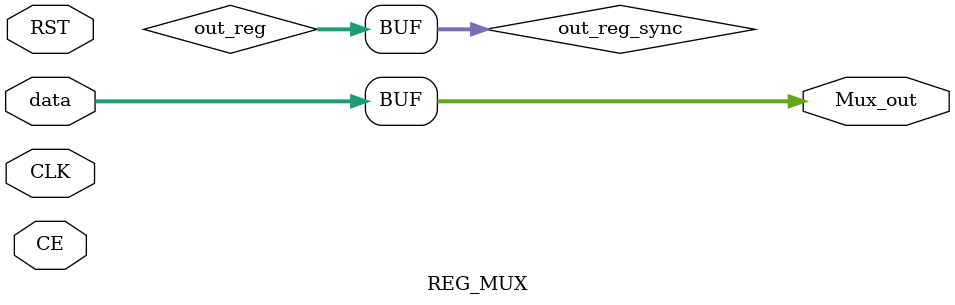
<source format=v>
module REG_MUX
#(parameter REG=0,RSTTYPE="SYNC",width=18)

(
input CLK,CE,RST,
input [width-1:0] data,
output reg [width-1:0] Mux_out

);


reg [width-1:0] out_reg,out_reg_sync,out_reg_async;


//for async reset
always@(posedge CLK,posedge RST) begin
if (RST)
	begin
	 out_reg_async<= width-1'b0;
	end
else if (CE)
	     out_reg_async <= data;
else
         out_reg_async <=  width-1'b0;   //??????/
end



//for sync reset
always@(posedge CLK) begin
if (RST)
	begin
	 out_reg_sync<= 18'b0;
	end
else if (CE)
	     out_reg_sync <= data;
else
         out_reg_sync <=  width-1'b0;
end


always@(*) begin
case(REG)
	1'b0: Mux_out=data;
	1'b1: Mux_out=out_reg;
	default: Mux_out=data; //????????/?
endcase
end

always@(*) begin
case(RSTTYPE)
    "SYNC": out_reg=out_reg_sync;
    "ASYNC": out_reg=out_reg_async;
	default: out_reg=out_reg_sync;
endcase
end
endmodule
</source>
